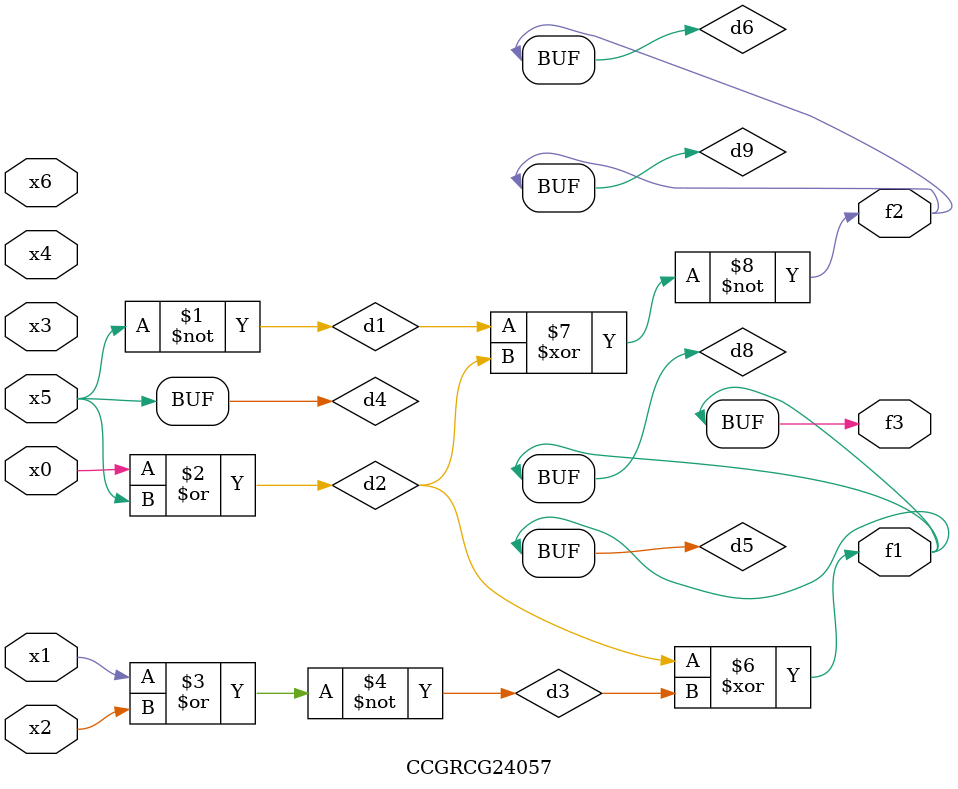
<source format=v>
module CCGRCG24057(
	input x0, x1, x2, x3, x4, x5, x6,
	output f1, f2, f3
);

	wire d1, d2, d3, d4, d5, d6, d7, d8, d9;

	nand (d1, x5);
	or (d2, x0, x5);
	nor (d3, x1, x2);
	xnor (d4, d1);
	xor (d5, d2, d3);
	xnor (d6, d1, d2);
	not (d7, x4);
	buf (d8, d5);
	xor (d9, d6);
	assign f1 = d8;
	assign f2 = d9;
	assign f3 = d8;
endmodule

</source>
